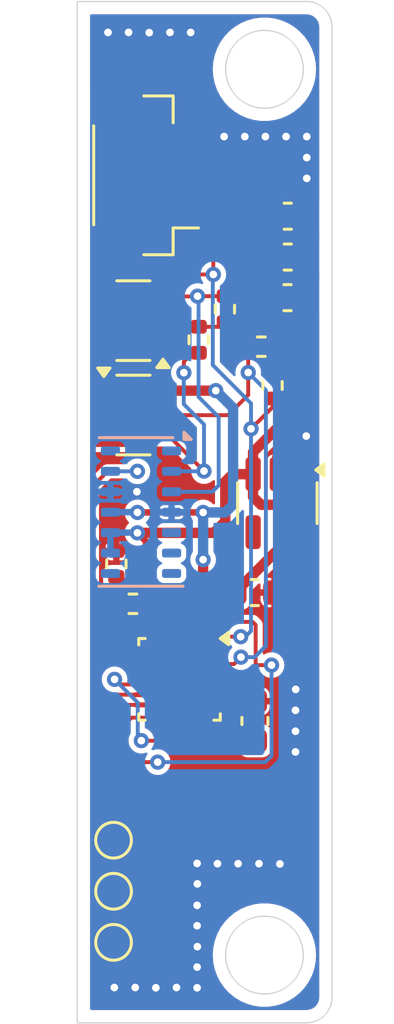
<source format=kicad_pcb>
(kicad_pcb (version 20240108) (generator "pcbnew") (generator_version "8.0")
  (title_block (title "sensor-unit-mpu-v2") (date "2025-05-04") (rev "2.0"))
  (layers (0 "F.Cu" signal) (31 "B.Cu" signal) (34 "B.Paste" user) (35 "F.Paste" user) (36 "B.SilkS" user "B.Silkscreen") (37 "F.SilkS" user "F.Silkscreen") (38 "B.Mask" user) (39 "F.Mask" user) (44 "Edge.Cuts" user))
  (net 0 "")
  (net 1 "GND")
  (net 2 "VDDIO")
  (net 3 "Net-(U2-REGOUT)")
  (net 4 "SDA")
  (net 5 "SCL")
  (net 8 "+1V8")
  (net 9 "SCL_1V8")
  (net 10 "SDA_1V8")
  (net 11 "Net-(U2-AD0{slash}MISO)")
  (net 12 "Net-(U2-FSYNC)")
  (net 13 "Net-(U2-INT)")
  (net 14 "Net-(U3-~{INT})")
  (footprint "Resistor_SMD:R_0402_1005Metric" (layer "F.Cu") (at 181.4975 66.7975 180)
    (property "Reference" "R1" (hide yes))
    (property "Value" "0R")
    (fp_line (start -0.153641 0.38) (end 0.153641 0.38) (stroke (width 0.12)) (layer "F.SilkS"))
    (fp_line (start -0.153641 -0.38) (end 0.153641 -0.38) (stroke (width 0.12)) (layer "F.SilkS"))
    (pad "1" smd roundrect (at -0.51 0 180) (size 0.54 0.64) (layers "F.Cu" "F.Paste" "F.Mask") (net 2 "VDDIO"))
    (pad "2" smd roundrect (at 0.51 0 180) (size 0.54 0.64) (layers "F.Cu" "F.Paste" "F.Mask") (net 11 "Net-(U2-AD0{slash}MISO)"))
  )
  (footprint "Resistor_SMD:R_0402_1005Metric" (layer "F.Cu") (at 185.1075 55.2575 90)
    (property "Reference" "R3" (hide yes))
    (property "Value" "10K")
    (fp_line (start -0.153641 -0.38) (end 0.153641 -0.38) (stroke (width 0.12)) (layer "F.SilkS"))
    (fp_line (start -0.153641 0.38) (end 0.153641 0.38) (stroke (width 0.12)) (layer "F.SilkS"))
    (pad "1" smd roundrect (at -0.51 0 90) (size 0.54 0.64) (layers "F.Cu" "F.Paste" "F.Mask") (net 8 "+1V8"))
    (pad "2" smd roundrect (at 0.51 0 90) (size 0.54 0.64) (layers "F.Cu" "F.Paste" "F.Mask") (net 10 "SDA_1V8"))
  )
  (footprint "Resistor_SMD:R_0402_1005Metric" (layer "F.Cu") (at 180.8475 65.2375 90)
    (property "Reference" "R2" (hide yes))
    (property "Value" "10K" (hide yes))
    (fp_line (start -0.153641 -0.38) (end 0.153641 -0.38) (stroke (width 0.12)) (layer "F.SilkS"))
    (fp_line (start -0.153641 0.38) (end 0.153641 0.38) (stroke (width 0.12)) (layer "F.SilkS"))
    (pad "1" smd roundrect (at -0.51 0 90) (size 0.54 0.64) (layers "F.Cu" "F.Paste" "F.Mask") (net 11 "Net-(U2-AD0{slash}MISO)"))
    (pad "2" smd roundrect (at 0.51 0 90) (size 0.54 0.64) (layers "F.Cu" "F.Paste" "F.Mask") (net 1 "GND"))
  )
  (footprint "Package_TO_SOT_SMD:SOT-23" (layer "F.Cu") (at 181.515 55.7075 180)
    (property "Reference" "Q2" (hide yes))
    (property "Value" "BSS138")
    (fp_line (start 0 1.56) (end 0.65 1.56) (stroke (width 0.12)) (layer "F.SilkS"))
    (fp_line (start 0 1.56) (end -0.65 1.56) (stroke (width 0.12)) (layer "F.SilkS"))
    (fp_line (start 0 -1.56) (end 0.65 -1.56) (stroke (width 0.12)) (layer "F.SilkS"))
    (fp_line (start 0 -1.56) (end -0.65 -1.56) (stroke (width 0.12)) (layer "F.SilkS"))
    (fp_poly (pts (xy -1.1625 -1.51) (xy -1.4025 -1.84) (xy -0.9225 -1.84) (xy -1.1625 -1.51)) (stroke (width 0.12)) (fill solid) (layer "F.SilkS"))
    (pad "1" smd roundrect (at -0.9375 -0.95 180) (size 1.475 0.6) (layers "F.Cu" "F.Paste" "F.Mask") (net 8 "+1V8"))
    (pad "2" smd roundrect (at -0.9375 0.95 180) (size 1.475 0.6) (layers "F.Cu" "F.Paste" "F.Mask") (net 10 "SDA_1V8"))
    (pad "3" smd roundrect (at 0.9375 0 180) (size 1.475 0.6) (layers "F.Cu" "F.Paste" "F.Mask") (net 4 "SDA"))
  )
  (footprint "Capacitor_SMD:C_0603_1608Metric" (layer "F.Cu") (at 186.2825 66.3575)
    (property "Reference" "C3" (hide yes))
    (property "Value" "2.2uF 16V")
    (fp_line (start -0.14058 -0.51) (end 0.14058 -0.51) (stroke (width 0.12)) (layer "F.SilkS"))
    (fp_line (start -0.14058 0.51) (end 0.14058 0.51) (stroke (width 0.12)) (layer "F.SilkS"))
    (pad "1" smd roundrect (at -0.775 0) (size 0.9 0.95) (layers "F.Cu" "F.Paste" "F.Mask") (net 8 "+1V8"))
    (pad "2" smd roundrect (at 0.775 0) (size 0.9 0.95) (layers "F.Cu" "F.Paste" "F.Mask") (net 1 "GND"))
  )
  (footprint "Package_TO_SOT_SMD:SOT-23-5" (layer "F.Cu") (at 187.1675 62.855 -90)
    (property "Reference" "U1" (hide yes))
    (property "Value" "LN1134A182MR-G")
    (fp_line (start 0 1.56) (end -0.8 1.56) (stroke (width 0.12)) (layer "F.SilkS"))
    (fp_line (start 0 1.56) (end 0.8 1.56) (stroke (width 0.12)) (layer "F.SilkS"))
    (fp_line (start 0 -1.56) (end -0.8 -1.56) (stroke (width 0.12)) (layer "F.SilkS"))
    (fp_line (start 0 -1.56) (end 0.8 -1.56) (stroke (width 0.12)) (layer "F.SilkS"))
    (fp_poly (pts (xy -1.3 -1.51) (xy -1.54 -1.84) (xy -1.06 -1.84) (xy -1.3 -1.51)) (stroke (width 0.12)) (fill solid) (layer "F.SilkS"))
    (pad "1" smd roundrect (at -1.1375 -0.95 270) (size 1.325 0.6) (layers "F.Cu" "F.Paste" "F.Mask") (net 2 "VDDIO"))
    (pad "2" smd roundrect (at -1.1375 0 270) (size 1.325 0.6) (layers "F.Cu" "F.Paste" "F.Mask") (net 1 "GND"))
    (pad "3" smd roundrect (at -1.1375 0.95 270) (size 1.325 0.6) (layers "F.Cu" "F.Paste" "F.Mask") (net 2 "VDDIO"))
    (pad "4" smd roundrect (at 1.1375 0.95 270) (size 1.325 0.6) (layers "F.Cu" "F.Paste" "F.Mask"))
    (pad "5" smd roundrect (at 1.1375 -0.95 270) (size 1.325 0.6) (layers "F.Cu" "F.Paste" "F.Mask") (net 8 "+1V8"))
  )
  (footprint "Capacitor_SMD:C_0603_1608Metric" (layer "F.Cu") (at 187.5775 53.2175)
    (property "Reference" "C2" (hide yes))
    (property "Value" "10nF 16V")
    (fp_line (start -0.14058 -0.51) (end 0.14058 -0.51) (stroke (width 0.12)) (layer "F.SilkS"))
    (fp_line (start -0.14058 0.51) (end 0.14058 0.51) (stroke (width 0.12)) (layer "F.SilkS"))
    (pad "1" smd roundrect (at -0.775 0) (size 0.9 0.95) (layers "F.Cu" "F.Paste" "F.Mask") (net 2 "VDDIO"))
    (pad "2" smd roundrect (at 0.775 0) (size 0.9 0.95) (layers "F.Cu" "F.Paste" "F.Mask") (net 1 "GND"))
  )
  (footprint "Resistor_SMD:R_0402_1005Metric" (layer "F.Cu") (at 186.9775 58.2475 90)
    (property "Reference" "R5" (hide yes))
    (property "Value" "10K")
    (fp_line (start -0.153641 -0.38) (end 0.153641 -0.38) (stroke (width 0.12)) (layer "F.SilkS"))
    (fp_line (start -0.153641 0.38) (end 0.153641 0.38) (stroke (width 0.12)) (layer "F.SilkS"))
    (pad "1" smd roundrect (at -0.51 0 90) (size 0.54 0.64) (layers "F.Cu" "F.Paste" "F.Mask") (net 4 "SDA"))
    (pad "2" smd roundrect (at 0.51 0 90) (size 0.54 0.64) (layers "F.Cu" "F.Paste" "F.Mask") (net 2 "VDDIO"))
  )
  (footprint "Capacitor_SMD:C_0603_1608Metric" (layer "F.Cu") (at 187.5675 54.8075)
    (property "Reference" "C4" (hide yes))
    (property "Value" "100nF 16V")
    (fp_line (start -0.14058 -0.51) (end 0.14058 -0.51) (stroke (width 0.12)) (layer "F.SilkS"))
    (fp_line (start -0.14058 0.51) (end 0.14058 0.51) (stroke (width 0.12)) (layer "F.SilkS"))
    (pad "1" smd roundrect (at -0.775 0) (size 0.9 0.95) (layers "F.Cu" "F.Paste" "F.Mask") (net 2 "VDDIO"))
    (pad "2" smd roundrect (at 0.775 0) (size 0.9 0.95) (layers "F.Cu" "F.Paste" "F.Mask") (net 1 "GND"))
  )
  (footprint "Resistor_SMD:R_0402_1005Metric" (layer "F.Cu") (at 184.0775 56.4575 -90)
    (property "Reference" "R4" (hide yes))
    (property "Value" "10K")
    (fp_line (start -0.153641 0.38) (end 0.153641 0.38) (stroke (width 0.12)) (layer "F.SilkS"))
    (fp_line (start -0.153641 -0.38) (end 0.153641 -0.38) (stroke (width 0.12)) (layer "F.SilkS"))
    (pad "1" smd roundrect (at -0.51 0 270) (size 0.54 0.64) (layers "F.Cu" "F.Paste" "F.Mask") (net 8 "+1V8"))
    (pad "2" smd roundrect (at 0.51 0 270) (size 0.54 0.64) (layers "F.Cu" "F.Paste" "F.Mask") (net 9 "SCL_1V8"))
  )
  (footprint "TestPoint:TestPoint_Pad_D1.0mm" (layer "F.Cu") (at 180.7375 78.0575)
    (property "Reference" "TP1" (hide yes))
    (property "Value" "MPU_FSYNC")
    (fp_circle (center 0 0) (end 0 0.7) (stroke (width 0.12)) (fill none) (layer "F.SilkS"))
    (pad "1" smd circle (at 0 0) (size 1 1) (layers "F.Cu" "F.Mask") (net 12 "Net-(U2-FSYNC)"))
  )
  (footprint "Capacitor_SMD:C_0603_1608Metric" (layer "F.Cu") (at 186.2875 71.3875 90)
    (property "Reference" "C5" (hide yes))
    (property "Value" "100nF 16V")
    (fp_line (start -0.14058 -0.51) (end 0.14058 -0.51) (stroke (width 0.12)) (layer "F.SilkS"))
    (fp_line (start -0.14058 0.51) (end 0.14058 0.51) (stroke (width 0.12)) (layer "F.SilkS"))
    (pad "1" smd roundrect (at -0.775 0 90) (size 0.9 0.95) (layers "F.Cu" "F.Paste" "F.Mask") (net 3 "Net-(U2-REGOUT)"))
    (pad "2" smd roundrect (at 0.775 0 90) (size 0.9 0.95) (layers "F.Cu" "F.Paste" "F.Mask") (net 1 "GND"))
  )
  (footprint "Connector_JST:JST_SH_BM04B-SRSS-TB_1x04-1MP_P1.00mm_Vertical" (layer "F.Cu") (at 181.9675 50.0175 90)
    (property "Reference" "J1" (hide yes))
    (property "Value" "JST SH1.0")
    (fp_line (start -1.94 -2.01) (end 1.94 -2.01) (stroke (width 0.12)) (layer "F.SilkS"))
    (fp_line (start 3.11 -0.04) (end 3.11 1.11) (stroke (width 0.12)) (layer "F.SilkS"))
    (fp_line (start -3.11 -0.04) (end -3.11 1.11) (stroke (width 0.12)) (layer "F.SilkS"))
    (fp_line (start 3.11 1.11) (end 2.06 1.11) (stroke (width 0.12)) (layer "F.SilkS"))
    (fp_line (start -2.06 1.11) (end -2.06 2.1) (stroke (width 0.12)) (layer "F.SilkS"))
    (fp_line (start -3.11 1.11) (end -2.06 1.11) (stroke (width 0.12)) (layer "F.SilkS"))
    (pad "1" smd roundrect (at -1.5 1.325 90) (size 0.6 1.55) (layers "F.Cu" "F.Paste" "F.Mask") (net 4 "SDA"))
    (pad "2" smd roundrect (at -0.5 1.325 90) (size 0.6 1.55) (layers "F.Cu" "F.Paste" "F.Mask") (net 5 "SCL"))
    (pad "3" smd roundrect (at 0.5 1.325 90) (size 0.6 1.55) (layers "F.Cu" "F.Paste" "F.Mask") (net 2 "VDDIO"))
    (pad "4" smd roundrect (at 1.5 1.325 90) (size 0.6 1.55) (layers "F.Cu" "F.Paste" "F.Mask") (net 1 "GND"))
    (pad "MP" smd roundrect (at -2.8 -1.2 90) (size 1.2 1.8) (layers "F.Cu" "F.Paste" "F.Mask") (roundrect_rratio 0.208333))
    (pad "MP" smd roundrect (at 2.8 -1.2 90) (size 1.2 1.8) (layers "F.Cu" "F.Paste" "F.Mask") (roundrect_rratio 0.208333))
  )
  (footprint "Package_TO_SOT_SMD:SOT-23" (layer "F.Cu") (at 181.5175 59.405)
    (property "Reference" "Q1" (hide yes))
    (property "Value" "BSS138")
    (fp_line (start 0 -1.56) (end -0.65 -1.56) (stroke (width 0.12)) (layer "F.SilkS"))
    (fp_line (start 0 -1.56) (end 0.65 -1.56) (stroke (width 0.12)) (layer "F.SilkS"))
    (fp_line (start 0 1.56) (end -0.65 1.56) (stroke (width 0.12)) (layer "F.SilkS"))
    (fp_line (start 0 1.56) (end 0.65 1.56) (stroke (width 0.12)) (layer "F.SilkS"))
    (fp_poly (pts (xy -1.1625 -1.51) (xy -1.4025 -1.84) (xy -0.9225 -1.84) (xy -1.1625 -1.51)) (stroke (width 0.12)) (fill solid) (layer "F.SilkS"))
    (pad "1" smd roundrect (at -0.9375 -0.95) (size 1.475 0.6) (layers "F.Cu" "F.Paste" "F.Mask") (net 8 "+1V8"))
    (pad "2" smd roundrect (at -0.9375 0.95) (size 1.475 0.6) (layers "F.Cu" "F.Paste" "F.Mask") (net 9 "SCL_1V8"))
    (pad "3" smd roundrect (at 0.9375 0) (size 1.475 0.6) (layers "F.Cu" "F.Paste" "F.Mask") (net 5 "SCL"))
  )
  (footprint "Sensor_Motion:InvenSense_QFN-24_3x3mm_P0.4mm_NoMask" (layer "F.Cu") (at 183.3275 69.7575 -90)
    (property "Reference" "U2" (hide yes))
    (property "Value" "MPU-9250")
    (fp_line (start -1.6 1.6) (end -1.35 1.6) (stroke (width 0.12)) (layer "F.SilkS"))
    (fp_line (start -1.6 1.6) (end -1.6 1.35) (stroke (width 0.12)) (layer "F.SilkS"))
    (fp_line (start 1.6 1.6) (end 1.35 1.6) (stroke (width 0.12)) (layer "F.SilkS"))
    (fp_line (start 1.6 1.6) (end 1.6 1.35) (stroke (width 0.12)) (layer "F.SilkS"))
    (fp_line (start 1.6 -1.6) (end 1.6 -1.35) (stroke (width 0.12)) (layer "F.SilkS"))
    (fp_line (start 1.6 -1.6) (end 1.35 -1.6) (stroke (width 0.12)) (layer "F.SilkS"))
    (fp_poly (pts (xy -1.6 -1.6) (xy -1.84 -1.93) (xy -1.36 -1.93) (xy -1.6 -1.6)) (stroke (width 0.12)) (fill solid) (layer "F.SilkS"))
    (pad "1" smd roundrect (at -1.5 -1 270) (size 0.55 0.2) (layers "F.Cu" "F.Paste" "F.Mask") (net 2 "VDDIO"))
    (pad "2" smd roundrect (at -1.5 -0.6 270) (size 0.55 0.2) (layers "F.Cu" "F.Paste" "F.Mask"))
    (pad "3" smd roundrect (at -1.5 -0.2 270) (size 0.55 0.2) (layers "F.Cu" "F.Paste" "F.Mask"))
    (pad "4" smd roundrect (at -1.5 0.2 270) (size 0.55 0.2) (layers "F.Cu" "F.Paste" "F.Mask"))
    (pad "5" smd roundrect (at -1.5 0.6 270) (size 0.55 0.2) (layers "F.Cu" "F.Paste" "F.Mask"))
    (pad "6" smd roundrect (at -1.5 1 270) (size 0.55 0.2) (layers "F.Cu" "F.Paste" "F.Mask"))
    (pad "7" smd roundrect (at -1 1.5) (size 0.55 0.2) (layers "F.Cu" "F.Paste" "F.Mask"))
    (pad "8" smd roundrect (at -0.6 1.5) (size 0.55 0.2) (layers "F.Cu" "F.Paste" "F.Mask") (net 2 "VDDIO"))
    (pad "9" smd roundrect (at -0.2 1.5) (size 0.55 0.2) (layers "F.Cu" "F.Paste" "F.Mask") (net 11 "Net-(U2-AD0{slash}MISO)"))
    (pad "10" smd roundrect (at 0.2 1.5) (size 0.55 0.2) (layers "F.Cu" "F.Paste" "F.Mask") (net 3 "Net-(U2-REGOUT)"))
    (pad "11" smd roundrect (at 0.6 1.5) (size 0.55 0.2) (layers "F.Cu" "F.Paste" "F.Mask") (net 12 "Net-(U2-FSYNC)"))
    (pad "12" smd roundrect (at 1 1.5) (size 0.55 0.2) (layers "F.Cu" "F.Paste" "F.Mask") (net 13 "Net-(U2-INT)"))
    (pad "13" smd roundrect (at 1.5 1 270) (size 0.55 0.2) (layers "F.Cu" "F.Paste" "F.Mask") (net 2 "VDDIO"))
    (pad "14" smd roundrect (at 1.5 0.6 270) (size 0.55 0.2) (layers "F.Cu" "F.Paste" "F.Mask"))
    (pad "15" smd roundrect (at 1.5 0.2 270) (size 0.55 0.2) (layers "F.Cu" "F.Paste" "F.Mask"))
    (pad "16" smd roundrect (at 1.5 -0.2 270) (size 0.55 0.2) (layers "F.Cu" "F.Paste" "F.Mask"))
    (pad "17" smd roundrect (at 1.5 -0.6 270) (size 0.55 0.2) (layers "F.Cu" "F.Paste" "F.Mask"))
    (pad "18" smd roundrect (at 1.5 -1 270) (size 0.55 0.2) (layers "F.Cu" "F.Paste" "F.Mask") (net 1 "GND"))
    (pad "19" smd roundrect (at 1 -1.5) (size 0.55 0.2) (layers "F.Cu" "F.Paste" "F.Mask"))
    (pad "20" smd roundrect (at 0.6 -1.5) (size 0.55 0.2) (layers "F.Cu" "F.Paste" "F.Mask") (net 1 "GND"))
    (pad "21" smd roundrect (at 0.2 -1.5) (size 0.55 0.2) (layers "F.Cu" "F.Paste" "F.Mask"))
    (pad "22" smd roundrect (at -0.2 -1.5) (size 0.55 0.2) (layers "F.Cu" "F.Paste" "F.Mask") (net 2 "VDDIO"))
    (pad "23" smd roundrect (at -0.6 -1.5) (size 0.55 0.2) (layers "F.Cu" "F.Paste" "F.Mask") (net 5 "SCL"))
    (pad "24" smd roundrect (at -1 -1.5) (size 0.55 0.2) (layers "F.Cu" "F.Paste" "F.Mask") (net 4 "SDA"))
    (zone (net 0) (net_name "") (layer "F.Cu") (connect_pads (clearance 0)) (min_thickness 0.254)
      (keepout (tracks not_allowed) (vias not_allowed) (pads not_allowed) (copperpour not_allowed) (footprints allowed))
      (fill (thermal_gap 0.508) (thermal_bridge_width 0.508))
      (polygon (pts (xy 184.1225 68.8825) (xy 184.1225 70.6325) (xy 182.5325 70.6325) (xy 182.5325 68.8825)))
    )
  )
  (footprint "Resistor_SMD:R_0402_1005Metric" (layer "F.Cu") (at 186.5375 56.7275)
    (property "Reference" "R6" (hide yes))
    (property "Value" "10K")
    (fp_line (start -0.153641 -0.38) (end 0.153641 -0.38) (stroke (width 0.12)) (layer "F.SilkS"))
    (fp_line (start -0.153641 0.38) (end 0.153641 0.38) (stroke (width 0.12)) (layer "F.SilkS"))
    (pad "1" smd roundrect (at -0.51 0) (size 0.54 0.64) (layers "F.Cu" "F.Paste" "F.Mask") (net 5 "SCL"))
    (pad "2" smd roundrect (at 0.51 0) (size 0.54 0.64) (layers "F.Cu" "F.Paste" "F.Mask") (net 2 "VDDIO"))
  )
  (footprint "TestPoint:TestPoint_Pad_D1.0mm" (layer "F.Cu") (at 180.7375 80.0575)
    (property "Reference" "TP2" (hide yes))
    (property "Value" "MPU_INT")
    (fp_circle (center 0 0) (end 0 0.7) (stroke (width 0.12)) (fill none) (layer "F.SilkS"))
    (pad "1" smd circle (at 0 0) (size 1 1) (layers "F.Cu" "F.Mask") (net 13 "Net-(U2-INT)"))
  )
  (footprint "Capacitor_SMD:C_0603_1608Metric" (layer "F.Cu") (at 187.5775 51.6175)
    (property "Reference" "C1" (hide yes))
    (property "Value" "1uF 16V")
    (fp_line (start -0.14058 -0.51) (end 0.14058 -0.51) (stroke (width 0.12)) (layer "F.SilkS"))
    (fp_line (start -0.14058 0.51) (end 0.14058 0.51) (stroke (width 0.12)) (layer "F.SilkS"))
    (pad "1" smd roundrect (at -0.775 0) (size 0.9 0.95) (layers "F.Cu" "F.Paste" "F.Mask") (net 2 "VDDIO"))
    (pad "2" smd roundrect (at 0.775 0) (size 0.9 0.95) (layers "F.Cu" "F.Paste" "F.Mask") (net 1 "GND"))
  )
  (footprint "TestPoint:TestPoint_Pad_D1.0mm" (layer "F.Cu") (at 180.7375 76.0575)
    (property "Reference" "TP3" (hide yes))
    (property "Value" "MAX_INT")
    (fp_circle (center 0 0) (end 0 0.7) (stroke (width 0.12)) (fill none) (layer "F.SilkS"))
    (pad "1" smd circle (at 0 0) (size 1 1) (layers "F.Cu" "F.Mask") (net 14 "Net-(U3-~{INT})"))
  )
  (footprint "OptoDevice:Maxim_OLGA-14_3.3x5.6mm_P0.8mm" (layer "B.Cu") (at 181.815 63.21 180)
    (property "Reference" "U3" (hide yes))
    (property "Value" "MAX30102")
    (fp_line (start 1.64 2.92) (end -1.25 2.92) (stroke (width 0.12)) (layer "B.SilkS"))
    (fp_line (start -1.65 -2.9) (end 1.66 -2.9) (stroke (width 0.12)) (layer "B.SilkS"))
    (fp_poly (pts (xy -1.69 2.85) (xy -1.97 2.85) (xy -1.69 3.13) (xy -1.69 2.85)) (stroke (width 0.12)) (fill solid) (layer "B.SilkS"))
    (pad "1" smd roundrect (at -1.2 2.4 180) (size 0.75 0.35) (layers "B.Cu" "B.Paste" "B.Mask"))
    (pad "2" smd roundrect (at -1.2 1.6 180) (size 0.75 0.35) (layers "B.Cu" "B.Paste" "B.Mask") (net 9 "SCL_1V8"))
    (pad "3" smd roundrect (at -1.2 0.8 180) (size 0.75 0.35) (layers "B.Cu" "B.Paste" "B.Mask") (net 10 "SDA_1V8"))
    (pad "4" smd roundrect (at -1.2 0 180) (size 0.75 0.35) (layers "B.Cu" "B.Paste" "B.Mask") (net 1 "GND"))
    (pad "5" smd roundrect (at -1.2 -0.8 180) (size 0.75 0.35) (layers "B.Cu" "B.Paste" "B.Mask"))
    (pad "6" smd roundrect (at -1.2 -1.6 180) (size 0.75 0.35) (layers "B.Cu" "B.Paste" "B.Mask"))
    (pad "7" smd roundrect (at -1.2 -2.4 180) (size 0.75 0.35) (layers "B.Cu" "B.Paste" "B.Mask"))
    (pad "8" smd roundrect (at 1.2 -2.4 180) (size 0.75 0.35) (layers "B.Cu" "B.Paste" "B.Mask"))
    (pad "9" smd roundrect (at 1.2 -1.6 180) (size 0.75 0.35) (layers "B.Cu" "B.Paste" "B.Mask") (net 2 "VDDIO"))
    (pad "10" smd roundrect (at 1.2 -0.8 180) (size 0.75 0.35) (layers "B.Cu" "B.Paste" "B.Mask") (net 2 "VDDIO"))
    (pad "11" smd roundrect (at 1.2 0 180) (size 0.75 0.35) (layers "B.Cu" "B.Paste" "B.Mask") (net 8 "+1V8"))
    (pad "12" smd roundrect (at 1.2 0.8 180) (size 0.75 0.35) (layers "B.Cu" "B.Paste" "B.Mask") (net 1 "GND"))
    (pad "13" smd roundrect (at 1.2 1.6 180) (size 0.75 0.35) (layers "B.Cu" "B.Paste" "B.Mask") (net 14 "Net-(U3-~{INT})"))
    (pad "14" smd roundrect (at 1.2 2.4 180) (size 0.75 0.35) (layers "B.Cu" "B.Paste" "B.Mask"))
  )
  (gr_line (start 188.314195 83.209375) (end 179.314195 83.209375) (stroke (width 0.05)) (layer "Edge.Cuts"))
  (gr_arc (start 188.314195 43.209375) (mid 189.021302 43.502268) (end 189.314195 44.209375) (stroke (width 0.05)) (layer "Edge.Cuts"))
  (gr_line (start 179.314195 83.209375) (end 179.314195 43.209375) (stroke (width 0.05)) (layer "Edge.Cuts"))
  (gr_circle (center 186.66107 80.55625) (end 188.18507 80.55625) (stroke (width 0.05)) (fill none) (layer "Edge.Cuts"))
  (gr_circle (center 186.66107 45.8625) (end 186.66107 44.3385) (stroke (width 0.05)) (fill none) (layer "Edge.Cuts"))
  (gr_line (start 189.314195 44.209375) (end 189.314195 82.209375) (stroke (width 0.05)) (layer "Edge.Cuts"))
  (gr_arc (start 189.314195 82.209375) (mid 189.021302 82.916482) (end 188.314195 83.209375) (stroke (width 0.05)) (layer "Edge.Cuts"))
  (gr_line (start 179.314195 43.209375) (end 188.314195 43.209375) (stroke (width 0.05)) (layer "Edge.Cuts"))
  (segment (start 187.994196 60.229375) (end 188.304195 60.229375) (width 0.4064) (layer "F.Cu") (net 1))
  (segment (start 187.164195 61.059376) (end 187.994196 60.229375) (width 0.4064) (layer "F.Cu") (net 1))
  (segment (start 187.164195 61.721875) (end 187.164195 61.059376) (width 0.4064) (layer "F.Cu") (net 1))
  (via (at 184.8175 76.9775) (size 0.6) (drill 0.3) (layers "F.Cu" "B.Cu") (net 1))
  (via (at 181.5875 81.8275) (size 0.6) (drill 0.3) (layers "F.Cu" "B.Cu") (net 1))
  (via (at 184.0175 79.4075) (size 0.6) (drill 0.3) (layers "F.Cu" "B.Cu") (net 1))
  (via (at 181.654195 62.409375) (size 0.6) (drill 0.3) (layers "F.Cu" "B.Cu") (net 1))
  (via (at 187.511395 48.499375) (size 0.6) (drill 0.3) (layers "F.Cu" "B.Cu") (net 1))
  (via (at 183.764195 44.419375) (size 0.6) (drill 0.3) (layers "F.Cu" "B.Cu") (net 1))
  (via (at 184.0175 81.0275) (size 0.6) (drill 0.3) (layers "F.Cu" "B.Cu") (net 1))
  (via (at 188.304195 60.229375) (size 0.6) (drill 0.3) (layers "F.Cu" "B.Cu") (net 1))
  (via (at 180.7675 81.8275) (size 0.6) (drill 0.3) (layers "F.Cu" "B.Cu") (net 1))
  (via (at 182.3975 81.8375) (size 0.6) (drill 0.3) (layers "F.Cu" "B.Cu") (net 1))
  (via (at 185.6275 76.9775) (size 0.6) (drill 0.3) (layers "F.Cu" "B.Cu") (net 1))
  (via (at 181.3275 44.4175) (size 0.6) (drill 0.3) (layers "F.Cu" "B.Cu") (net 1))
  (via (at 188.324195 50.134975) (size 0.6) (drill 0.3) (layers "F.Cu" "B.Cu") (net 1))
  (via (at 182.951395 44.419375) (size 0.6) (drill 0.3) (layers "F.Cu" "B.Cu") (net 1))
  (via (at 184.0175 76.9675) (size 0.6) (drill 0.3) (layers "F.Cu" "B.Cu") (net 1))
  (via (at 184.0275 80.2275) (size 0.6) (drill 0.3) (layers "F.Cu" "B.Cu") (net 1))
  (via (at 184.0275 77.7675) (size 0.6) (drill 0.3) (layers "F.Cu" "B.Cu") (net 1))
  (via (at 188.324195 48.499375) (size 0.6) (drill 0.3) (layers "F.Cu" "B.Cu") (net 1))
  (via (at 186.4475 76.9775) (size 0.6) (drill 0.3) (layers "F.Cu" "B.Cu") (net 1))
  (via (at 184.0175 78.6075) (size 0.6) (drill 0.3) (layers "F.Cu" "B.Cu") (net 1))
  (via (at 187.88 70.97) (size 0.6) (drill 0.3) (layers "F.Cu" "B.Cu") (net 1))
  (via (at 187.2675 76.9875) (size 0.6) (drill 0.3) (layers "F.Cu" "B.Cu") (net 1))
  (via (at 185.891395 48.499375) (size 0.6) (drill 0.3) (layers "F.Cu" "B.Cu") (net 1))
  (via (at 183.2075 81.8275) (size 0.6) (drill 0.3) (layers "F.Cu" "B.Cu") (net 1))
  (via (at 185.078595 48.499375) (size 0.6) (drill 0.3) (layers "F.Cu" "B.Cu") (net 1))
  (via (at 180.518595 44.419375) (size 0.6) (drill 0.3) (layers "F.Cu" "B.Cu") (net 1))
  (via (at 184.0175 81.8375) (size 0.6) (drill 0.3) (layers "F.Cu" "B.Cu") (net 1))
  (via (at 182.1375 44.4275) (size 0.6) (drill 0.3) (layers "F.Cu" "B.Cu") (net 1))
  (via (at 187.88 71.79) (size 0.6) (drill 0.3) (layers "F.Cu" "B.Cu") (net 1))
  (via (at 187.88 72.6) (size 0.6) (drill 0.3) (layers "F.Cu" "B.Cu") (net 1))
  (via (at 188.324195 49.322175) (size 0.6) (drill 0.3) (layers "F.Cu" "B.Cu") (net 1))
  (via (at 187.89 70.15) (size 0.6) (drill 0.3) (layers "F.Cu" "B.Cu") (net 1))
  (via (at 186.698595 48.499375) (size 0.6) (drill 0.3) (layers "F.Cu" "B.Cu") (net 1))
  (segment (start 181.654195 62.409375) (end 181.750907 62.409375) (width 0.254) (layer "B.Cu") (net 1))
  (segment (start 181.750907 62.409375) (end 182.550907 63.209375) (width 0.254) (layer "B.Cu") (net 1))
  (segment (start 182.550907 63.209375) (end 183.014195 63.209375) (width 0.254) (layer "B.Cu") (net 1))
  (segment (start 180.614195 62.409375) (end 181.654195 62.409375) (width 0.254) (layer "B.Cu") (net 1))
  (segment (start 182.0075 66.7975) (end 184.0975 66.7975) (width 0.1524) (layer "F.Cu") (net 2))
  (segment (start 184.3275 67.0275) (end 184.3275 67.7075) (width 0.1524) (layer "F.Cu") (net 2))
  (segment (start 181.1975 67.6075) (end 182.0075 66.7975) (width 0.1524) (layer "F.Cu") (net 2))
  (segment (start 181.2513 72.6913) (end 181.56 73) (width 0.1524) (layer "F.Cu") (net 2))
  (segment (start 186.214195 61.721875) (end 186.214195 62.609375) (width 0.4064) (layer "F.Cu") (net 2))
  (segment (start 187.784195 56.729375) (end 187.784195 57.739375) (width 0.4064) (layer "F.Cu") (net 2))
  (segment (start 186.789195 55.334375) (end 187.784195 56.329375) (width 0.4064) (layer "F.Cu") (net 2))
  (segment (start 186.214195 62.609375) (end 186.524195 62.919375) (width 0.4064) (layer "F.Cu") (net 2))
  (segment (start 186.799195 50.064375) (end 186.799195 51.619375) (width 0.4064) (layer "F.Cu") (net 2))
  (segment (start 186.322704 69.2) (end 186.315639 69.207065) (width 0.1524) (layer "F.Cu") (net 2))
  (segment (start 187.834195 62.919375) (end 188.114195 62.639375) (width 0.4064) (layer "F.Cu") (net 2))
  (segment (start 185.124195 63.569375) (end 184.674192 64.019378) (width 0.4064) (layer "F.Cu") (net 2))
  (segment (start 186.315639 67.625639) (end 186.1975 67.5075) (width 0.1524) (layer "F.Cu") (net 2))
  (segment (start 182.0075 66.7975) (end 182.0075 64.352683) (width 0.254) (layer "F.Cu") (net 2))
  (segment (start 185.965204 69.5575) (end 186.315639 69.207065) (width 0.1524) (layer "F.Cu") (net 2))
  (segment (start 188.114195 62.639375) (end 188.114195 61.721875) (width 0.4064) (layer "F.Cu") (net 2))
  (segment (start 182.0075 64.352683) (end 181.674195 64.019378) (width 0.254) (layer "F.Cu") (net 2))
  (segment (start 185.124195 62.009375) (end 185.124195 63.569375) (width 0.4064) (layer "F.Cu") (net 2))
  (segment (start 186.1975 67.5075) (end 184.5275 67.5075) (width 0.1524) (layer "F.Cu") (net 2))
  (segment (start 187.784195 59.289375) (end 186.214195 60.859375) (width 0.4064) (layer "F.Cu") (net 2))
  (segment (start 186.789195 54.809375) (end 186.789195 55.334375) (width 0.4064) (layer "F.Cu") (net 2))
  (segment (start 184.3275 67.7075) (end 184.3275 68.2575) (width 0.1524) (layer "F.Cu") (net 2))
  (segment (start 186.94 69.2) (end 186.322704 69.2) (width 0.1524) (layer "F.Cu") (net 2))
  (segment (start 181.4425 71.2575) (end 181.2513 71.4487) (width 0.1524) (layer "F.Cu") (net 2))
  (segment (start 186.984195 57.739375) (end 187.784195 57.739375) (width 0.1524) (layer "F.Cu") (net 2))
  (segment (start 186.789195 54.669375) (end 186.789195 54.809375) (width 0.4064) (layer "F.Cu") (net 2))
  (segment (start 186.984195 57.739375) (end 186.984195 56.789375) (width 0.1524) (layer "F.Cu") (net 2))
  (segment (start 186.524195 62.919375) (end 187.834195 62.919375) (width 0.4064) (layer "F.Cu") (net 2))
  (segment (start 181.8275 69.1575) (end 181.489796 69.1575) (width 0.1524) (layer "F.Cu") (net 2))
  (segment (start 185.411695 61.721875) (end 185.124195 62.009375) (width 0.4064) (layer "F.Cu") (net 2))
  (segment (start 183.279195 49.519375) (end 186.254195 49.519375) (width 0.4064) (layer "F.Cu") (net 2))
  (segment (start 186.214195 61.721875) (end 185.411695 61.721875) (width 0.4064) (layer "F.Cu") (net 2))
  (segment (start 187.044195 56.729375) (end 187.784195 56.729375) (width 0.1524) (layer "F.Cu") (net 2))
  (segment (start 184.5275 67.5075) (end 184.3275 67.7075) (width 0.1524) (layer "F.Cu") (net 2))
  (segment (start 184.0975 66.7975) (end 184.3275 67.0275) (width 0.1524) (layer "F.Cu") (net 2))
  (segment (start 187.784195 56.329375) (end 187.784195 56.729375) (width 0.4064) (layer "F.Cu") (net 2))
  (segment (start 186.254195 49.519375) (end 186.799195 50.064375) (width 0.4064) (layer "F.Cu") (net 2))
  (segment (start 184.674192 64.019378) (end 181.674195 64.019378) (width 0.4064) (layer "F.Cu") (net 2))
  (segment (start 181.489796 69.1575) (end 181.1975 68.865204) (width 0.1524) (layer "F.Cu") (net 2))
  (segment (start 184.8275 69.5575) (end 185.965204 69.5575) (width 0.1524) (layer "F.Cu") (net 2))
  (segment (start 182.3275 71.2575) (end 181.4425 71.2575) (width 0.1524) (layer "F.Cu") (net 2))
  (segment (start 186.315639 69.207065) (end 186.315639 67.625639) (width 0.1524) (layer "F.Cu") (net 2))
  (segment (start 186.984195 56.789375) (end 187.044195 56.729375) (width 0.1524) (layer "F.Cu") (net 2))
  (segment (start 187.784195 57.739375) (end 187.784195 59.289375) (width 0.4064) (layer "F.Cu") (net 2))
  (segment (start 181.56 73) (end 182.47 73) (width 0.1524) (layer "F.Cu") (net 2))
  (segment (start 186.799195 51.619375) (end 186.799195 54.659375) (width 0.4064) (layer "F.Cu") (net 2))
  (segment (start 186.214195 60.859375) (end 186.214195 61.721875) (width 0.4064) (layer "F.Cu") (net 2))
  (segment (start 181.2513 71.4487) (end 181.2513 72.6913) (width 0.1524) (layer "F.Cu") (net 2))
  (segment (start 181.1975 68.865204) (end 181.1975 67.6075) (width 0.1524) (layer "F.Cu") (net 2))
  (via (at 186.94 69.2) (size 0.6) (drill 0.3) (layers "F.Cu" "B.Cu") (net 2))
  (via (at 181.674195 64.019378) (size 0.6) (drill 0.3) (layers "F.Cu" "B.Cu") (net 2))
  (via (at 182.47 73) (size 0.6) (drill 0.3) (layers "F.Cu" "B.Cu") (net 2))
  (segment (start 180.614195 64.009375) (end 181.664192 64.009375) (width 0.254) (layer "B.Cu") (net 2))
  (segment (start 186.69 73) (end 186.94 72.75) (width 0.1524) (layer "B.Cu") (net 2))
  (segment (start 181.664192 64.009375) (end 181.674195 64.019378) (width 0.254) (layer "B.Cu") (net 2))
  (segment (start 186.94 72.75) (end 186.94 69.2) (width 0.1524) (layer "B.Cu") (net 2))
  (segment (start 182.47 73) (end 186.69 73) (width 0.1524) (layer "B.Cu") (net 2))
  (segment (start 180.614195 64.809375) (end 180.614195 64.009375) (width 0.254) (layer "B.Cu") (net 2))
  (segment (start 186.2875 72.1625) (end 181.8325 72.1625) (width 0.1524) (layer "F.Cu") (net 3))
  (segment (start 180.777028 69.757972) (end 180.976556 69.9575) (width 0.1524) (layer "F.Cu") (net 3))
  (segment (start 180.976556 69.9575) (end 181.8275 69.9575) (width 0.1524) (layer "F.Cu") (net 3))
  (segment (start 181.8325 72.1625) (end 181.8275 72.1575) (width 0.1524) (layer "F.Cu") (net 3))
  (via (at 181.8275 72.1575) (size 0.6) (drill 0.3) (layers "F.Cu" "B.Cu") (net 3))
  (via (at 180.777028 69.757972) (size 0.6) (drill 0.3) (layers "F.Cu" "B.Cu") (net 3))
  (segment (start 181.6875 72.0175) (end 181.6875 70.668444) (width 0.1524) (layer "B.Cu") (net 3))
  (segment (start 181.8275 72.1575) (end 181.6875 72.0175) (width 0.1524) (layer "B.Cu") (net 3))
  (segment (start 181.6875 70.668444) (end 180.777028 69.757972) (width 0.1524) (layer "B.Cu") (net 3))
  (segment (start 186.984195 58.759375) (end 186.984195 59.094901) (width 0.1524) (layer "F.Cu") (net 4))
  (segment (start 184.654195 53.899375) (end 184.654195 51.819375) (width 0.1524) (layer "F.Cu") (net 4))
  (segment (start 184.8275 68.3275) (end 184.8275 68.7575) (width 0.1524) (layer "F.Cu") (net 4))
  (segment (start 184.654195 53.899375) (end 180.964195 53.899375) (width 0.1524) (layer "F.Cu") (net 4))
  (segment (start 184.654195 51.819375) (end 184.354195 51.519375) (width 0.1524) (layer "F.Cu") (net 4))
  (segment (start 185.0675 68.0875) (end 184.8275 68.3275) (width 0.1524) (layer "F.Cu") (net 4))
  (segment (start 185.7275 68.0875) (end 185.0675 68.0875) (width 0.1524) (layer "F.Cu") (net 4))
  (segment (start 180.964195 53.899375) (end 180.576695 54.286875) (width 0.1524) (layer "F.Cu") (net 4))
  (segment (start 184.354195 51.519375) (end 183.279195 51.519375) (width 0.1524) (layer "F.Cu") (net 4))
  (segment (start 180.576695 54.286875) (end 180.576695 55.709375) (width 0.1524) (layer "F.Cu") (net 4))
  (segment (start 186.984195 59.094901) (end 186.134195 59.944901) (width 0.1524) (layer "F.Cu") (net 4))
  (via (at 185.7275 68.0875) (size 0.6) (drill 0.3) (layers "F.Cu" "B.Cu") (net 4))
  (via (at 184.654195 53.899375) (size 0.6) (drill 0.3) (layers "F.Cu" "B.Cu") (net 4))
  (via (at 186.134195 59.944901) (size 0.6) (drill 0.3) (layers "F.Cu" "B.Cu") (net 4))
  (segment (start 186.134195 67.860805) (end 186.134195 59.944901) (width 0.1524) (layer "B.Cu") (net 4))
  (segment (start 185.7275 68.0875) (end 185.9075 68.0875) (width 0.1524) (layer "B.Cu") (net 4))
  (segment (start 186.134195 58.949375) (end 186.134195 59.944901) (width 0.1524) (layer "B.Cu") (net 4))
  (segment (start 184.634195 53.919375) (end 184.634195 57.449375) (width 0.1524) (layer "B.Cu") (net 4))
  (segment (start 185.9075 68.0875) (end 186.134195 67.860805) (width 0.1524) (layer "B.Cu") (net 4))
  (segment (start 184.654195 53.899375) (end 184.634195 53.919375) (width 0.1524) (layer "B.Cu") (net 4))
  (segment (start 184.634195 57.449375) (end 186.134195 58.949375) (width 0.1524) (layer "B.Cu") (net 4))
  (segment (start 185.814195 50.929375) (end 185.404195 50.519375) (width 0.1524) (layer "F.Cu") (net 5))
  (segment (start 185.739439 68.887414) (end 185.469353 69.1575) (width 0.1524) (layer "F.Cu") (net 5))
  (segment (start 186.024195 57.739375) (end 186.024195 56.729375) (width 0.1524) (layer "F.Cu") (net 5))
  (segment (start 186.024195 58.619375) (end 186.024195 57.739375) (width 0.1524) (layer "F.Cu") (net 5))
  (segment (start 185.469353 69.1575) (end 184.8275 69.1575) (width 0.1524) (layer "F.Cu") (net 5))
  (segment (start 185.234195 59.409375) (end 186.024195 58.619375) (width 0.1524) (layer "F.Cu") (net 5))
  (segment (start 182.454195 59.409375) (end 185.234195 59.409375) (width 0.1524) (layer "F.Cu") (net 5))
  (segment (start 185.814195 56.519375) (end 185.814195 50.929375) (width 0.1524) (layer "F.Cu") (net 5))
  (segment (start 185.404195 50.519375) (end 183.279195 50.519375) (width 0.1524) (layer "F.Cu") (net 5))
  (segment (start 186.024195 56.729375) (end 185.814195 56.519375) (width 0.1524) (layer "F.Cu") (net 5))
  (via (at 186.024195 57.739375) (size 0.6) (drill 0.3) (layers "F.Cu" "B.Cu") (net 5))
  (via (at 185.739439 68.887414) (size 0.6) (drill 0.3) (layers "F.Cu" "B.Cu") (net 5))
  (segment (start 186.277586 68.887414) (end 186.7175 68.4475) (width 0.1524) (layer "B.Cu") (net 5))
  (segment (start 186.7175 58.43268) (end 186.024195 57.739375) (width 0.1524) (layer "B.Cu") (net 5))
  (segment (start 185.739439 68.887414) (end 186.277586 68.887414) (width 0.1524) (layer "B.Cu") (net 5))
  (segment (start 186.7175 68.4475) (end 186.7175 58.43268) (width 0.1524) (layer "B.Cu") (net 5))
  (segment (start 182.379195 56.659375) (end 182.451695 56.659375) (width 0.4064) (layer "F.Cu") (net 8))
  (segment (start 180.579195 58.459375) (end 182.379195 56.659375) (width 0.4064) (layer "F.Cu") (net 8))
  (segment (start 180.589195 58.449375) (end 180.579195 58.459375) (width 0.4064) (layer "F.Cu") (net 8))
  (segment (start 184.074195 55.949375) (end 184.924195 55.949375) (width 0.1524) (layer "F.Cu") (net 8))
  (segment (start 187.8725 63.9925) (end 188.1175 63.9925) (width 0.4064) (layer "F.Cu") (net 8))
  (segment (start 183.151695 55.959375) (end 182.441695 56.669375) (width 0.1524) (layer "F.Cu") (net 8))
  (segment (start 188.114195 64.334375) (end 188.114195 63.996875) (width 0.4064) (layer "F.Cu") (net 8))
  (segment (start 183.834195 55.959375) (end 183.151695 55.959375) (width 0.1524) (layer "F.Cu") (net 8))
  (segment (start 184.254195 63.219375) (end 181.674195 63.219375) (width 0.254) (layer "F.Cu") (net 8))
  (segment (start 185.5075 66.3575) (end 187.8725 63.9925) (width 0.4064) (layer "F.Cu") (net 8))
  (segment (start 184.924195 55.949375) (end 185.104195 55.769375) (width 0.1524) (layer "F.Cu") (net 8))
  (segment (start 184.254195 65.069375) (end 184.254195 65.984195) (width 0.4064) (layer "F.Cu") (net 8))
  (segment (start 184.254195 65.984195) (end 184.6275 66.3575) (width 0.4064) (layer "F.Cu") (net 8))
  (segment (start 184.6275 66.3575) (end 185.5075 66.3575) (width 0.4064) (layer "F.Cu") (net 8))
  (segment (start 184.750595 58.449375) (end 180.589195 58.449375) (width 0.4064) (layer "F.Cu") (net 8))
  (via (at 184.750595 58.449375) (size 0.6) (drill 0.3) (layers "F.Cu" "B.Cu") (net 8))
  (via (at 184.254195 63.219375) (size 0.6) (drill 0.3) (layers "F.Cu" "B.Cu") (net 8))
  (via (at 184.254195 65.069375) (size 0.6) (drill 0.3) (layers "F.Cu" "B.Cu") (net 8))
  (via (at 181.674195 63.219375) (size 0.6) (drill 0.3) (layers "F.Cu" "B.Cu") (net 8))
  (segment (start 185.430995 62.912575) (end 185.124195 63.219375) (width 0.4064) (layer "B.Cu") (net 8))
  (segment (start 184.750595 58.449375) (end 185.434195 59.132975) (width 0.4064) (layer "B.Cu") (net 8))
  (segment (start 181.664195 63.209375) (end 181.674195 63.219375) (width 0.254) (layer "B.Cu") (net 8))
  (segment (start 185.434195 59.132975) (end 185.434195 59.2449) (width 0.4064) (layer "B.Cu") (net 8))
  (segment (start 184.254195 65.069375) (end 184.254195 63.219375) (width 0.4064) (layer "B.Cu") (net 8))
  (segment (start 185.430995 59.2481) (end 185.430995 62.912575) (width 0.4064) (layer "B.Cu") (net 8))
  (segment (start 185.434195 59.2449) (end 185.430995 59.2481) (width 0.4064) (layer "B.Cu") (net 8))
  (segment (start 180.614195 63.209375) (end 181.664195 63.209375) (width 0.254) (layer "B.Cu") (net 8))
  (segment (start 185.124195 63.219375) (end 184.254195 63.219375) (width 0.4064) (layer "B.Cu") (net 8))
  (segment (start 183.497995 57.315575) (end 183.834195 56.979375) (width 0.1524) (layer "F.Cu") (net 9))
  (segment (start 183.047995 60.359375) (end 180.579195 60.359375) (width 0.1524) (layer "F.Cu") (net 9))
  (segment (start 183.497995 57.746175) (end 183.497995 57.315575) (width 0.1524) (layer "F.Cu") (net 9))
  (segment (start 184.287995 61.599375) (end 183.047995 60.359375) (width 0.1524) (layer "F.Cu") (net 9))
  (via (at 183.497995 57.746175) (size 0.6) (drill 0.3) (layers "F.Cu" "B.Cu") (net 9))
  (via (at 184.287995 61.599375) (size 0.6) (drill 0.3) (layers "F.Cu" "B.Cu") (net 9))
  (segment (start 184.287995 61.599375) (end 184.277995 61.609375) (width 0.1524) (layer "B.Cu") (net 9))
  (segment (start 184.287995 59.773175) (end 183.494195 58.979375) (width 0.1524) (layer "B.Cu") (net 9))
  (segment (start 183.494195 58.979375) (end 183.494195 57.749975) (width 0.1524) (layer "B.Cu") (net 9))
  (segment (start 184.277995 61.609375) (end 183.014195 61.609375) (width 0.1524) (layer "B.Cu") (net 9))
  (segment (start 183.494195 57.749975) (end 183.497995 57.746175) (width 0.1524) (layer "B.Cu") (net 9))
  (segment (start 184.287995 61.599375) (end 184.287995 59.773175) (width 0.1524) (layer "B.Cu") (net 9))
  (segment (start 184.024195 54.759375) (end 182.451695 54.759375) (width 0.1524) (layer "F.Cu") (net 10))
  (segment (start 184.034195 54.749375) (end 184.024195 54.759375) (width 0.1524) (layer "F.Cu") (net 10))
  (segment (start 185.104195 54.749375) (end 184.034195 54.749375) (width 0.1524) (layer "F.Cu") (net 10))
  (via (at 184.034195 54.749375) (size 0.6) (drill 0.3) (layers "F.Cu" "B.Cu") (net 10))
  (segment (start 184.074195 54.789375) (end 184.074195 58.694375) (width 0.1524) (layer "B.Cu") (net 10))
  (segment (start 184.034195 54.749375) (end 184.074195 54.789375) (width 0.1524) (layer "B.Cu") (net 10))
  (segment (start 184.074195 58.694375) (end 184.864195 59.484375) (width 0.1524) (layer "B.Cu") (net 10))
  (segment (start 184.614195 62.409375) (end 183.014195 62.409375) (width 0.1524) (layer "B.Cu") (net 10))
  (segment (start 184.864195 59.484375) (end 184.864195 62.159375) (width 0.1524) (layer "B.Cu") (net 10))
  (segment (start 184.864195 62.159375) (end 184.614195 62.409375) (width 0.1524) (layer "B.Cu") (net 10))
  (segment (start 180.9875 65.8875) (end 180.8475 65.7475) (width 0.1524) (layer "F.Cu") (net 11))
  (segment (start 180.8451 69.011173) (end 180.8451 66.9399) (width 0.1524) (layer "F.Cu") (net 11))
  (segment (start 180.9875 66.7975) (end 180.9875 65.8875) (width 0.1524) (layer "F.Cu") (net 11))
  (segment (start 181.8275 69.5575) (end 181.391427 69.5575) (width 0.1524) (layer "F.Cu") (net 11))
  (segment (start 181.391427 69.5575) (end 180.8451 69.011173) (width 0.1524) (layer "F.Cu") (net 11))
  (segment (start 180.8451 66.9399) (end 180.9875 66.7975) (width 0.1524) (layer "F.Cu") (net 11))
  (segment (start 181.8275 70.3575) (end 180.7425 70.3575) (width 0.1524) (layer "F.Cu") (net 12))
  (segment (start 180.28 73.64) (end 182.02 75.38) (width 0.1524) (layer "F.Cu") (net 12))
  (segment (start 182.02 77.76) (end 181.7225 78.0575) (width 0.1524) (layer "F.Cu") (net 12))
  (segment (start 181.7225 78.0575) (end 180.7375 78.0575) (width 0.1524) (layer "F.Cu") (net 12))
  (segment (start 180.28 70.82) (end 180.28 73.64) (width 0.1524) (layer "F.Cu") (net 12))
  (segment (start 182.02 75.38) (end 182.02 77.76) (width 0.1524) (layer "F.Cu") (net 12))
  (segment (start 180.7425 70.3575) (end 180.28 70.82) (width 0.1524) (layer "F.Cu") (net 12))
  (segment (start 181.8275 70.7575) (end 181.1225 70.7575) (width 0.1524) (layer "F.Cu") (net 13))
  (segment (start 182.1625 80.0575) (end 180.7375 80.0575) (width 0.1524) (layer "F.Cu") (net 13))
  (segment (start 180.74 73.31) (end 182.53 75.1) (width 0.1524) (layer "F.Cu") (net 13))
  (segment (start 182.53 79.69) (end 182.1625 80.0575) (width 0.1524) (layer "F.Cu") (net 13))
  (segment (start 180.74 71.14) (end 180.74 73.31) (width 0.1524) (layer "F.Cu") (net 13))
  (segment (start 182.53 75.1) (end 182.53 79.69) (width 0.1524) (layer "F.Cu") (net 13))
  (segment (start 181.1225 70.7575) (end 180.74 71.14) (width 0.1524) (layer "F.Cu") (net 13))
  (segment (start 181.674195 61.609375) (end 180.504195 61.609375) (width 0.1524) (layer "F.Cu") (net 14))
  (segment (start 180.504195 61.609375) (end 179.890395 62.223175) (width 0.1524) (layer "F.Cu") (net 14))
  (segment (start 179.890395 62.223175) (end 179.890395 75.210395) (width 0.1524) (layer "F.Cu") (net 14))
  (segment (start 179.890395 75.210395) (end 180.7375 76.0575) (width 0.1524) (layer "F.Cu") (net 14))
  (via (at 181.674195 61.609375) (size 0.6) (drill 0.3) (layers "F.Cu" "B.Cu") (net 14))
  (segment (start 180.614195 61.609375) (end 181.674195 61.609375) (width 0.1524) (layer "B.Cu") (net 14))
  (zone (net 1) (net_name "GND") (layers "F&B.Cu") (name "GND") (connect_pads (clearance 0.1)) (min_thickness 0.1) (fill yes (thermal_gap 0.1) (thermal_bridge_width 0.254))
    (polygon (pts (xy 179.314195 43.209375) (xy 189.314195 43.209375) (xy 189.314195 83.209375) (xy 179.314195 83.209375)))
  )
)
</source>
